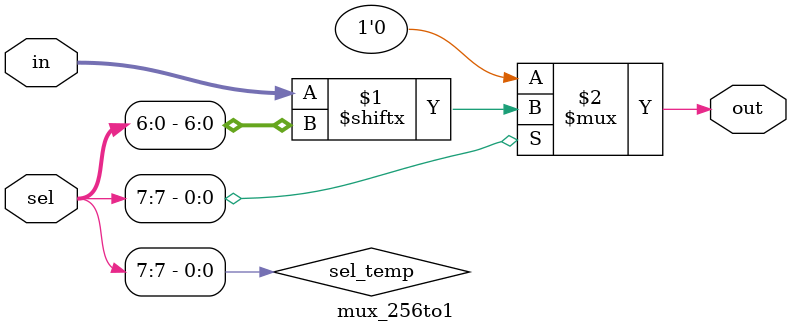
<source format=v>

module mux_256to1(
    input [255:0] in,
    input [7:0] sel,
    output out
);

wire sel_temp;

assign sel_temp = sel[7];
assign out = sel_temp ? in[sel[6:0]] : 1'b0;

endmodule
</source>
